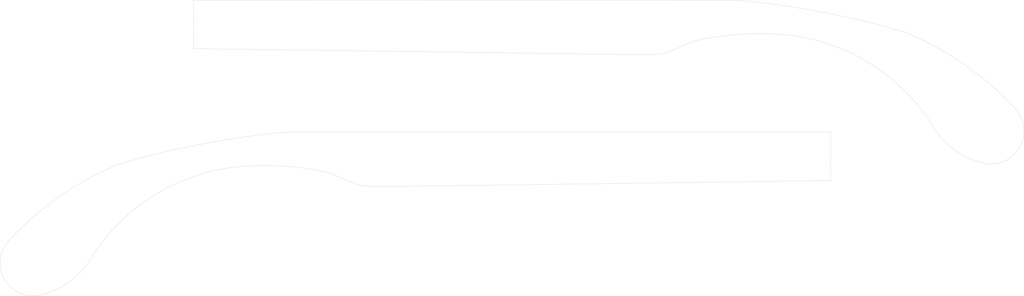
<source format=kicad_pcb>
(kicad_pcb
	(version 20240108)
	(generator "pcbnew")
	(generator_version "8.0")
	(general
		(thickness 1.6)
		(legacy_teardrops no)
	)
	(paper "A4")
	(layers
		(0 "F.Cu" signal)
		(31 "B.Cu" signal)
		(32 "B.Adhes" user "B.Adhesive")
		(33 "F.Adhes" user "F.Adhesive")
		(34 "B.Paste" user)
		(35 "F.Paste" user)
		(36 "B.SilkS" user "B.Silkscreen")
		(37 "F.SilkS" user "F.Silkscreen")
		(38 "B.Mask" user)
		(39 "F.Mask" user)
		(40 "Dwgs.User" user "User.Drawings")
		(41 "Cmts.User" user "User.Comments")
		(42 "Eco1.User" user "User.Eco1")
		(43 "Eco2.User" user "User.Eco2")
		(44 "Edge.Cuts" user)
		(45 "Margin" user)
		(46 "B.CrtYd" user "B.Courtyard")
		(47 "F.CrtYd" user "F.Courtyard")
		(48 "B.Fab" user)
		(49 "F.Fab" user)
		(50 "User.1" user)
		(51 "User.2" user)
		(52 "User.3" user)
		(53 "User.4" user)
		(54 "User.5" user)
		(55 "User.6" user)
		(56 "User.7" user)
		(57 "User.8" user)
		(58 "User.9" user)
	)
	(setup
		(pad_to_mask_clearance 0)
		(allow_soldermask_bridges_in_footprints no)
		(pcbplotparams
			(layerselection 0x00010fc_ffffffff)
			(plot_on_all_layers_selection 0x0000000_00000000)
			(disableapertmacros no)
			(usegerberextensions no)
			(usegerberattributes yes)
			(usegerberadvancedattributes yes)
			(creategerberjobfile yes)
			(dashed_line_dash_ratio 12.000000)
			(dashed_line_gap_ratio 3.000000)
			(svgprecision 4)
			(plotframeref no)
			(viasonmask no)
			(mode 1)
			(useauxorigin no)
			(hpglpennumber 1)
			(hpglpenspeed 20)
			(hpglpendiameter 15.000000)
			(pdf_front_fp_property_popups yes)
			(pdf_back_fp_property_popups yes)
			(dxfpolygonmode yes)
			(dxfimperialunits yes)
			(dxfusepcbnewfont yes)
			(psnegative no)
			(psa4output no)
			(plotreference yes)
			(plotvalue yes)
			(plotfptext yes)
			(plotinvisibletext no)
			(sketchpadsonfab no)
			(subtractmaskfromsilk no)
			(outputformat 1)
			(mirror no)
			(drillshape 1)
			(scaleselection 1)
			(outputdirectory "")
		)
	)
	(net 0 "")
	(gr_arc
		(start 150.708073 68.711258)
		(mid 159.225452 67.488798)
		(end 167.827206 67.712349)
		(stroke
			(width 0.05)
			(type default)
		)
		(layer "Edge.Cuts")
		(uuid "0428e777-be53-477f-99fc-38b2070e7159")
	)
	(gr_line
		(start 94.757263 94.3587)
		(end 174.75986 93.262149)
		(stroke
			(width 0.05)
			(type default)
		)
		(layer "Edge.Cuts")
		(uuid "079f90fa-53ae-4dab-ac55-d64437b4ed9b")
	)
	(gr_arc
		(start 91.978029 94.061448)
		(mid 89.368187 93.05868)
		(end 86.808361 91.934353)
		(stroke
			(width 0.05)
			(type default)
		)
		(layer "Edge.Cuts")
		(uuid "09ce3b04-5245-4f6c-82a0-9f03d5851049")
	)
	(gr_line
		(start 142.759171 71.135605)
		(end 62.756574 70.039054)
		(stroke
			(width 0.05)
			(type default)
		)
		(layer "Edge.Cuts")
		(uuid "0b5e105f-6175-4e27-a760-fa4eed639a4a")
	)
	(gr_line
		(start 62.75 61.5)
		(end 158.5062 61.513048)
		(stroke
			(width 0.05)
			(type default)
		)
		(layer "Edge.Cuts")
		(uuid "0e023015-466e-474b-a79e-98a5c4227c0a")
	)
	(gr_line
		(start 62.756574 70.039054)
		(end 62.75 61.5)
		(stroke
			(width 0.05)
			(type default)
		)
		(layer "Edge.Cuts")
		(uuid "11a4e492-1e3e-4152-b1f4-469230a4ba81")
	)
	(gr_line
		(start 174.766434 84.723095)
		(end 79.010234 84.736143)
		(stroke
			(width 0.05)
			(type default)
		)
		(layer "Edge.Cuts")
		(uuid "153f8464-3098-4176-8c23-7576a68a869a")
	)
	(gr_arc
		(start 94.757263 94.3587)
		(mid 93.364674 94.237865)
		(end 91.978029 94.061448)
		(stroke
			(width 0.05)
			(type default)
		)
		(layer "Edge.Cuts")
		(uuid "163870a3-2e92-40be-b681-173d7c8bd832")
	)
	(gr_arc
		(start 49.596462 90.405579)
		(mid 64.165874 86.85763)
		(end 79.010234 84.736143)
		(stroke
			(width 0.05)
			(type default)
		)
		(layer "Edge.Cuts")
		(uuid "24b8d3f7-4766-40fb-a081-c51afbf14292")
	)
	(gr_line
		(start 174.75986 93.262149)
		(end 174.766434 84.723095)
		(stroke
			(width 0.05)
			(type default)
		)
		(layer "Edge.Cuts")
		(uuid "5edd1799-0a19-4242-8ee4-a3f11cef628f")
	)
	(gr_arc
		(start 69.689228 90.935444)
		(mid 78.290982 90.711893)
		(end 86.808361 91.934353)
		(stroke
			(width 0.05)
			(type default)
		)
		(layer "Edge.Cuts")
		(uuid "5f4aa2c2-3974-4130-bbc8-678c6585e8b5")
	)
	(gr_arc
		(start 158.5062 61.513048)
		(mid 173.35056 63.634535)
		(end 187.919972 67.182484)
		(stroke
			(width 0.05)
			(type default)
		)
		(layer "Edge.Cuts")
		(uuid "6aae5f97-3977-4b06-93ab-8a225bbede30")
	)
	(gr_arc
		(start 45.015406 106.534403)
		(mid 55.622199 95.998291)
		(end 69.689228 90.935444)
		(stroke
			(width 0.05)
			(type default)
		)
		(layer "Edge.Cuts")
		(uuid "71b4216a-3f1e-4804-821b-2fbc2ba62f41")
	)
	(gr_arc
		(start 202.016434 90.276905)
		(mid 196.507388 87.820485)
		(end 192.501028 83.311308)
		(stroke
			(width 0.05)
			(type default)
		)
		(layer "Edge.Cuts")
		(uuid "732718d1-41bb-4ca2-b65d-51c672a8fc02")
	)
	(gr_arc
		(start 145.538405 70.838353)
		(mid 144.15176 71.01477)
		(end 142.759171 71.135605)
		(stroke
			(width 0.05)
			(type default)
		)
		(layer "Edge.Cuts")
		(uuid "7f5c027e-2c50-4621-b05f-2f00fbd72415")
	)
	(gr_arc
		(start 167.827206 67.712349)
		(mid 181.894234 72.775196)
		(end 192.501028 83.311308)
		(stroke
			(width 0.05)
			(type default)
		)
		(layer "Edge.Cuts")
		(uuid "85817823-7267-4e3f-a5ac-69cd968466a5")
	)
	(gr_arc
		(start 35.5 113.5)
		(mid 29.468896 110.530059)
		(end 30.279703 103.856427)
		(stroke
			(width 0.05)
			(type default)
		)
		(layer "Edge.Cuts")
		(uuid "b340a35f-d006-4d6d-b276-7706a78de8e8")
	)
	(gr_arc
		(start 150.708073 68.711258)
		(mid 148.148247 69.835585)
		(end 145.538405 70.838353)
		(stroke
			(width 0.05)
			(type default)
		)
		(layer "Edge.Cuts")
		(uuid "d058bdb7-db20-4d63-8164-777f0f1cbeb6")
	)
	(gr_arc
		(start 45.015406 106.534403)
		(mid 41.009046 111.04358)
		(end 35.5 113.5)
		(stroke
			(width 0.05)
			(type default)
		)
		(layer "Edge.Cuts")
		(uuid "e540c393-2ed1-4b21-a436-f080759c87cd")
	)
	(gr_arc
		(start 207.236731 80.633332)
		(mid 208.047538 87.306964)
		(end 202.016434 90.276905)
		(stroke
			(width 0.05)
			(type default)
		)
		(layer "Edge.Cuts")
		(uuid "ecb196c6-779a-4dbd-96ff-cc31b316f3bd")
	)
	(gr_arc
		(start 30.279703 103.856427)
		(mid 39.211158 96.087067)
		(end 49.596462 90.405579)
		(stroke
			(width 0.05)
			(type default)
		)
		(layer "Edge.Cuts")
		(uuid "f928a86d-110c-4c4f-b299-2fa901351078")
	)
	(gr_arc
		(start 187.919972 67.182484)
		(mid 198.305276 72.863972)
		(end 207.236731 80.633332)
		(stroke
			(width 0.05)
			(type default)
		)
		(layer "Edge.Cuts")
		(uuid "f9a55272-c78a-4068-9c06-f8a2ac8dbced")
	)
)
</source>
